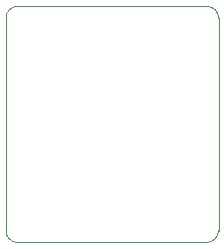
<source format=gbr>
%TF.GenerationSoftware,KiCad,Pcbnew,7.0.9*%
%TF.CreationDate,2024-02-17T11:22:31-05:00*%
%TF.ProjectId,uSD Card with Power Switch - for Xiao or QT Py,75534420-4361-4726-9420-776974682050,V1*%
%TF.SameCoordinates,Original*%
%TF.FileFunction,Profile,NP*%
%FSLAX46Y46*%
G04 Gerber Fmt 4.6, Leading zero omitted, Abs format (unit mm)*
G04 Created by KiCad (PCBNEW 7.0.9) date 2024-02-17 11:22:31*
%MOMM*%
%LPD*%
G01*
G04 APERTURE LIST*
%TA.AperFunction,Profile*%
%ADD10C,0.100000*%
%TD*%
G04 APERTURE END LIST*
D10*
X151000000Y-69000000D02*
X167000000Y-69000000D01*
X151000000Y-69000000D02*
G75*
G03*
X150000000Y-70000000I0J-1000000D01*
G01*
X168000000Y-70000000D02*
G75*
G03*
X167000000Y-69000000I-1000000J0D01*
G01*
X167000000Y-89000000D02*
X151000000Y-89000000D01*
X150000000Y-88000000D02*
G75*
G03*
X151000000Y-89000000I1000000J0D01*
G01*
X150000000Y-70000000D02*
X150000000Y-88000000D01*
X168000000Y-88000000D02*
X168000000Y-70000000D01*
X167000000Y-89000000D02*
G75*
G03*
X168000000Y-88000000I0J1000000D01*
G01*
M02*

</source>
